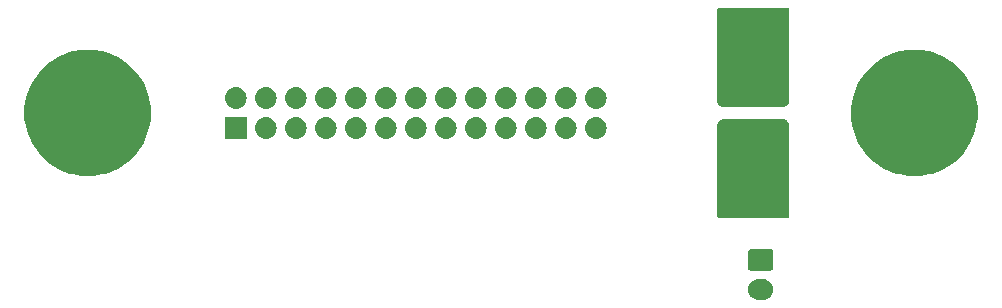
<source format=gbr>
G04 #@! TF.GenerationSoftware,KiCad,Pcbnew,(5.1.4)-1*
G04 #@! TF.CreationDate,2020-03-27T16:01:53-04:00*
G04 #@! TF.ProjectId,heatbed_breakout,68656174-6265-4645-9f62-7265616b6f75,rev?*
G04 #@! TF.SameCoordinates,PX8b91fb0PY68e7780*
G04 #@! TF.FileFunction,Soldermask,Bot*
G04 #@! TF.FilePolarity,Negative*
%FSLAX46Y46*%
G04 Gerber Fmt 4.6, Leading zero omitted, Abs format (unit mm)*
G04 Created by KiCad (PCBNEW (5.1.4)-1) date 2020-03-27 16:01:53*
%MOMM*%
%LPD*%
G04 APERTURE LIST*
%ADD10C,0.100000*%
G04 APERTURE END LIST*
D10*
G36*
X895443Y-14051519D02*
G01*
X961627Y-14058037D01*
X1131466Y-14109557D01*
X1287991Y-14193222D01*
X1323729Y-14222552D01*
X1425186Y-14305814D01*
X1508448Y-14407271D01*
X1537778Y-14443009D01*
X1621443Y-14599534D01*
X1672963Y-14769373D01*
X1690359Y-14946000D01*
X1672963Y-15122627D01*
X1621443Y-15292466D01*
X1537778Y-15448991D01*
X1508448Y-15484729D01*
X1425186Y-15586186D01*
X1323729Y-15669448D01*
X1287991Y-15698778D01*
X1131466Y-15782443D01*
X961627Y-15833963D01*
X895442Y-15840482D01*
X829260Y-15847000D01*
X440740Y-15847000D01*
X374558Y-15840482D01*
X308373Y-15833963D01*
X138534Y-15782443D01*
X-17991Y-15698778D01*
X-53729Y-15669448D01*
X-155186Y-15586186D01*
X-238448Y-15484729D01*
X-267778Y-15448991D01*
X-351443Y-15292466D01*
X-402963Y-15122627D01*
X-420359Y-14946000D01*
X-402963Y-14769373D01*
X-351443Y-14599534D01*
X-267778Y-14443009D01*
X-238448Y-14407271D01*
X-155186Y-14305814D01*
X-53729Y-14222552D01*
X-17991Y-14193222D01*
X138534Y-14109557D01*
X308373Y-14058037D01*
X374557Y-14051519D01*
X440740Y-14045000D01*
X829260Y-14045000D01*
X895443Y-14051519D01*
X895443Y-14051519D01*
G37*
G36*
X1543600Y-11548989D02*
G01*
X1576652Y-11559015D01*
X1607103Y-11575292D01*
X1633799Y-11597201D01*
X1655708Y-11623897D01*
X1671985Y-11654348D01*
X1682011Y-11687400D01*
X1686000Y-11727903D01*
X1686000Y-13164097D01*
X1682011Y-13204600D01*
X1671985Y-13237652D01*
X1655708Y-13268103D01*
X1633799Y-13294799D01*
X1607103Y-13316708D01*
X1576652Y-13332985D01*
X1543600Y-13343011D01*
X1503097Y-13347000D01*
X-233097Y-13347000D01*
X-273600Y-13343011D01*
X-306652Y-13332985D01*
X-337103Y-13316708D01*
X-363799Y-13294799D01*
X-385708Y-13268103D01*
X-401985Y-13237652D01*
X-412011Y-13204600D01*
X-416000Y-13164097D01*
X-416000Y-11727903D01*
X-412011Y-11687400D01*
X-401985Y-11654348D01*
X-385708Y-11623897D01*
X-363799Y-11597201D01*
X-337103Y-11575292D01*
X-306652Y-11559015D01*
X-273600Y-11548989D01*
X-233097Y-11545000D01*
X1503097Y-11545000D01*
X1543600Y-11548989D01*
X1543600Y-11548989D01*
G37*
G36*
X2640218Y-534396D02*
G01*
X2735812Y-563395D01*
X2823917Y-610487D01*
X2901139Y-673861D01*
X2964513Y-751083D01*
X3011605Y-839188D01*
X3040604Y-934782D01*
X3051000Y-1040340D01*
X3051000Y-8684659D01*
X3046368Y-8731691D01*
X3034441Y-8771007D01*
X3015071Y-8807247D01*
X2989006Y-8839006D01*
X2957247Y-8865071D01*
X2921007Y-8884441D01*
X2881691Y-8896368D01*
X2834659Y-8901000D01*
X-2834659Y-8901000D01*
X-2881691Y-8896368D01*
X-2921007Y-8884441D01*
X-2957247Y-8865071D01*
X-2989006Y-8839006D01*
X-3015071Y-8807247D01*
X-3034441Y-8771007D01*
X-3046368Y-8731691D01*
X-3051000Y-8684659D01*
X-3051000Y-1040340D01*
X-3040604Y-934782D01*
X-3011605Y-839188D01*
X-2964513Y-751083D01*
X-2901139Y-673861D01*
X-2823917Y-610487D01*
X-2735812Y-563395D01*
X-2640218Y-534396D01*
X-2534660Y-524000D01*
X2534660Y-524000D01*
X2640218Y-534396D01*
X2640218Y-534396D01*
G37*
G36*
X14866228Y5213909D02*
G01*
X15210829Y5145364D01*
X16184649Y4741995D01*
X17061064Y4156393D01*
X17806393Y3411064D01*
X18391995Y2534649D01*
X18795364Y1560829D01*
X18795364Y1560828D01*
X19001000Y527029D01*
X19001000Y-527029D01*
X18903905Y-1015156D01*
X18795364Y-1560829D01*
X18391995Y-2534649D01*
X17806393Y-3411064D01*
X17061064Y-4156393D01*
X16184649Y-4741995D01*
X15210829Y-5145364D01*
X14866228Y-5213909D01*
X14177029Y-5351000D01*
X13122971Y-5351000D01*
X12433772Y-5213909D01*
X12089171Y-5145364D01*
X11115351Y-4741995D01*
X10238936Y-4156393D01*
X9493607Y-3411064D01*
X8908005Y-2534649D01*
X8504636Y-1560829D01*
X8396095Y-1015156D01*
X8299000Y-527029D01*
X8299000Y527029D01*
X8504636Y1560828D01*
X8504636Y1560829D01*
X8908005Y2534649D01*
X9493607Y3411064D01*
X10238936Y4156393D01*
X11115351Y4741995D01*
X12089171Y5145364D01*
X12433772Y5213909D01*
X13122971Y5351000D01*
X14177029Y5351000D01*
X14866228Y5213909D01*
X14866228Y5213909D01*
G37*
G36*
X-55133772Y5213909D02*
G01*
X-54789171Y5145364D01*
X-53815351Y4741995D01*
X-52938936Y4156393D01*
X-52193607Y3411064D01*
X-51608005Y2534649D01*
X-51204636Y1560829D01*
X-51204636Y1560828D01*
X-50999000Y527029D01*
X-50999000Y-527029D01*
X-51096095Y-1015156D01*
X-51204636Y-1560829D01*
X-51608005Y-2534649D01*
X-52193607Y-3411064D01*
X-52938936Y-4156393D01*
X-53815351Y-4741995D01*
X-54789171Y-5145364D01*
X-55133772Y-5213909D01*
X-55822971Y-5351000D01*
X-56877029Y-5351000D01*
X-57566228Y-5213909D01*
X-57910829Y-5145364D01*
X-58884649Y-4741995D01*
X-59761064Y-4156393D01*
X-60506393Y-3411064D01*
X-61091995Y-2534649D01*
X-61495364Y-1560829D01*
X-61603905Y-1015156D01*
X-61701000Y-527029D01*
X-61701000Y527029D01*
X-61495364Y1560828D01*
X-61495364Y1560829D01*
X-61091995Y2534649D01*
X-60506393Y3411064D01*
X-59761064Y4156393D01*
X-58884649Y4741995D01*
X-57910829Y5145364D01*
X-57566228Y5213909D01*
X-56877029Y5351000D01*
X-55822971Y5351000D01*
X-55133772Y5213909D01*
X-55133772Y5213909D01*
G37*
G36*
X-38555706Y-368633D02*
G01*
X-38383305Y-420931D01*
X-38224417Y-505858D01*
X-38085151Y-620151D01*
X-37970858Y-759417D01*
X-37885931Y-918305D01*
X-37833633Y-1090706D01*
X-37815975Y-1270000D01*
X-37833633Y-1449294D01*
X-37885931Y-1621695D01*
X-37970858Y-1780583D01*
X-38085151Y-1919849D01*
X-38224417Y-2034142D01*
X-38383305Y-2119069D01*
X-38555706Y-2171367D01*
X-38690069Y-2184600D01*
X-38779931Y-2184600D01*
X-38914294Y-2171367D01*
X-39086695Y-2119069D01*
X-39245583Y-2034142D01*
X-39384849Y-1919849D01*
X-39499142Y-1780583D01*
X-39584069Y-1621695D01*
X-39636367Y-1449294D01*
X-39654025Y-1270000D01*
X-39636367Y-1090706D01*
X-39584069Y-918305D01*
X-39499142Y-759417D01*
X-39384849Y-620151D01*
X-39245583Y-505858D01*
X-39086695Y-420931D01*
X-38914294Y-368633D01*
X-38779931Y-355400D01*
X-38690069Y-355400D01*
X-38555706Y-368633D01*
X-38555706Y-368633D01*
G37*
G36*
X-41095706Y-368633D02*
G01*
X-40923305Y-420931D01*
X-40764417Y-505858D01*
X-40625151Y-620151D01*
X-40510858Y-759417D01*
X-40425931Y-918305D01*
X-40373633Y-1090706D01*
X-40355975Y-1270000D01*
X-40373633Y-1449294D01*
X-40425931Y-1621695D01*
X-40510858Y-1780583D01*
X-40625151Y-1919849D01*
X-40764417Y-2034142D01*
X-40923305Y-2119069D01*
X-41095706Y-2171367D01*
X-41230069Y-2184600D01*
X-41319931Y-2184600D01*
X-41454294Y-2171367D01*
X-41626695Y-2119069D01*
X-41785583Y-2034142D01*
X-41924849Y-1919849D01*
X-42039142Y-1780583D01*
X-42124069Y-1621695D01*
X-42176367Y-1449294D01*
X-42194025Y-1270000D01*
X-42176367Y-1090706D01*
X-42124069Y-918305D01*
X-42039142Y-759417D01*
X-41924849Y-620151D01*
X-41785583Y-505858D01*
X-41626695Y-420931D01*
X-41454294Y-368633D01*
X-41319931Y-355400D01*
X-41230069Y-355400D01*
X-41095706Y-368633D01*
X-41095706Y-368633D01*
G37*
G36*
X-36015706Y-368633D02*
G01*
X-35843305Y-420931D01*
X-35684417Y-505858D01*
X-35545151Y-620151D01*
X-35430858Y-759417D01*
X-35345931Y-918305D01*
X-35293633Y-1090706D01*
X-35275975Y-1270000D01*
X-35293633Y-1449294D01*
X-35345931Y-1621695D01*
X-35430858Y-1780583D01*
X-35545151Y-1919849D01*
X-35684417Y-2034142D01*
X-35843305Y-2119069D01*
X-36015706Y-2171367D01*
X-36150069Y-2184600D01*
X-36239931Y-2184600D01*
X-36374294Y-2171367D01*
X-36546695Y-2119069D01*
X-36705583Y-2034142D01*
X-36844849Y-1919849D01*
X-36959142Y-1780583D01*
X-37044069Y-1621695D01*
X-37096367Y-1449294D01*
X-37114025Y-1270000D01*
X-37096367Y-1090706D01*
X-37044069Y-918305D01*
X-36959142Y-759417D01*
X-36844849Y-620151D01*
X-36705583Y-505858D01*
X-36546695Y-420931D01*
X-36374294Y-368633D01*
X-36239931Y-355400D01*
X-36150069Y-355400D01*
X-36015706Y-368633D01*
X-36015706Y-368633D01*
G37*
G36*
X-33475706Y-368633D02*
G01*
X-33303305Y-420931D01*
X-33144417Y-505858D01*
X-33005151Y-620151D01*
X-32890858Y-759417D01*
X-32805931Y-918305D01*
X-32753633Y-1090706D01*
X-32735975Y-1270000D01*
X-32753633Y-1449294D01*
X-32805931Y-1621695D01*
X-32890858Y-1780583D01*
X-33005151Y-1919849D01*
X-33144417Y-2034142D01*
X-33303305Y-2119069D01*
X-33475706Y-2171367D01*
X-33610069Y-2184600D01*
X-33699931Y-2184600D01*
X-33834294Y-2171367D01*
X-34006695Y-2119069D01*
X-34165583Y-2034142D01*
X-34304849Y-1919849D01*
X-34419142Y-1780583D01*
X-34504069Y-1621695D01*
X-34556367Y-1449294D01*
X-34574025Y-1270000D01*
X-34556367Y-1090706D01*
X-34504069Y-918305D01*
X-34419142Y-759417D01*
X-34304849Y-620151D01*
X-34165583Y-505858D01*
X-34006695Y-420931D01*
X-33834294Y-368633D01*
X-33699931Y-355400D01*
X-33610069Y-355400D01*
X-33475706Y-368633D01*
X-33475706Y-368633D01*
G37*
G36*
X-30935706Y-368633D02*
G01*
X-30763305Y-420931D01*
X-30604417Y-505858D01*
X-30465151Y-620151D01*
X-30350858Y-759417D01*
X-30265931Y-918305D01*
X-30213633Y-1090706D01*
X-30195975Y-1270000D01*
X-30213633Y-1449294D01*
X-30265931Y-1621695D01*
X-30350858Y-1780583D01*
X-30465151Y-1919849D01*
X-30604417Y-2034142D01*
X-30763305Y-2119069D01*
X-30935706Y-2171367D01*
X-31070069Y-2184600D01*
X-31159931Y-2184600D01*
X-31294294Y-2171367D01*
X-31466695Y-2119069D01*
X-31625583Y-2034142D01*
X-31764849Y-1919849D01*
X-31879142Y-1780583D01*
X-31964069Y-1621695D01*
X-32016367Y-1449294D01*
X-32034025Y-1270000D01*
X-32016367Y-1090706D01*
X-31964069Y-918305D01*
X-31879142Y-759417D01*
X-31764849Y-620151D01*
X-31625583Y-505858D01*
X-31466695Y-420931D01*
X-31294294Y-368633D01*
X-31159931Y-355400D01*
X-31070069Y-355400D01*
X-30935706Y-368633D01*
X-30935706Y-368633D01*
G37*
G36*
X-28395706Y-368633D02*
G01*
X-28223305Y-420931D01*
X-28064417Y-505858D01*
X-27925151Y-620151D01*
X-27810858Y-759417D01*
X-27725931Y-918305D01*
X-27673633Y-1090706D01*
X-27655975Y-1270000D01*
X-27673633Y-1449294D01*
X-27725931Y-1621695D01*
X-27810858Y-1780583D01*
X-27925151Y-1919849D01*
X-28064417Y-2034142D01*
X-28223305Y-2119069D01*
X-28395706Y-2171367D01*
X-28530069Y-2184600D01*
X-28619931Y-2184600D01*
X-28754294Y-2171367D01*
X-28926695Y-2119069D01*
X-29085583Y-2034142D01*
X-29224849Y-1919849D01*
X-29339142Y-1780583D01*
X-29424069Y-1621695D01*
X-29476367Y-1449294D01*
X-29494025Y-1270000D01*
X-29476367Y-1090706D01*
X-29424069Y-918305D01*
X-29339142Y-759417D01*
X-29224849Y-620151D01*
X-29085583Y-505858D01*
X-28926695Y-420931D01*
X-28754294Y-368633D01*
X-28619931Y-355400D01*
X-28530069Y-355400D01*
X-28395706Y-368633D01*
X-28395706Y-368633D01*
G37*
G36*
X-23315706Y-368633D02*
G01*
X-23143305Y-420931D01*
X-22984417Y-505858D01*
X-22845151Y-620151D01*
X-22730858Y-759417D01*
X-22645931Y-918305D01*
X-22593633Y-1090706D01*
X-22575975Y-1270000D01*
X-22593633Y-1449294D01*
X-22645931Y-1621695D01*
X-22730858Y-1780583D01*
X-22845151Y-1919849D01*
X-22984417Y-2034142D01*
X-23143305Y-2119069D01*
X-23315706Y-2171367D01*
X-23450069Y-2184600D01*
X-23539931Y-2184600D01*
X-23674294Y-2171367D01*
X-23846695Y-2119069D01*
X-24005583Y-2034142D01*
X-24144849Y-1919849D01*
X-24259142Y-1780583D01*
X-24344069Y-1621695D01*
X-24396367Y-1449294D01*
X-24414025Y-1270000D01*
X-24396367Y-1090706D01*
X-24344069Y-918305D01*
X-24259142Y-759417D01*
X-24144849Y-620151D01*
X-24005583Y-505858D01*
X-23846695Y-420931D01*
X-23674294Y-368633D01*
X-23539931Y-355400D01*
X-23450069Y-355400D01*
X-23315706Y-368633D01*
X-23315706Y-368633D01*
G37*
G36*
X-42900400Y-2184600D02*
G01*
X-44729600Y-2184600D01*
X-44729600Y-355400D01*
X-42900400Y-355400D01*
X-42900400Y-2184600D01*
X-42900400Y-2184600D01*
G37*
G36*
X-18235706Y-368633D02*
G01*
X-18063305Y-420931D01*
X-17904417Y-505858D01*
X-17765151Y-620151D01*
X-17650858Y-759417D01*
X-17565931Y-918305D01*
X-17513633Y-1090706D01*
X-17495975Y-1270000D01*
X-17513633Y-1449294D01*
X-17565931Y-1621695D01*
X-17650858Y-1780583D01*
X-17765151Y-1919849D01*
X-17904417Y-2034142D01*
X-18063305Y-2119069D01*
X-18235706Y-2171367D01*
X-18370069Y-2184600D01*
X-18459931Y-2184600D01*
X-18594294Y-2171367D01*
X-18766695Y-2119069D01*
X-18925583Y-2034142D01*
X-19064849Y-1919849D01*
X-19179142Y-1780583D01*
X-19264069Y-1621695D01*
X-19316367Y-1449294D01*
X-19334025Y-1270000D01*
X-19316367Y-1090706D01*
X-19264069Y-918305D01*
X-19179142Y-759417D01*
X-19064849Y-620151D01*
X-18925583Y-505858D01*
X-18766695Y-420931D01*
X-18594294Y-368633D01*
X-18459931Y-355400D01*
X-18370069Y-355400D01*
X-18235706Y-368633D01*
X-18235706Y-368633D01*
G37*
G36*
X-13155706Y-368633D02*
G01*
X-12983305Y-420931D01*
X-12824417Y-505858D01*
X-12685151Y-620151D01*
X-12570858Y-759417D01*
X-12485931Y-918305D01*
X-12433633Y-1090706D01*
X-12415975Y-1270000D01*
X-12433633Y-1449294D01*
X-12485931Y-1621695D01*
X-12570858Y-1780583D01*
X-12685151Y-1919849D01*
X-12824417Y-2034142D01*
X-12983305Y-2119069D01*
X-13155706Y-2171367D01*
X-13290069Y-2184600D01*
X-13379931Y-2184600D01*
X-13514294Y-2171367D01*
X-13686695Y-2119069D01*
X-13845583Y-2034142D01*
X-13984849Y-1919849D01*
X-14099142Y-1780583D01*
X-14184069Y-1621695D01*
X-14236367Y-1449294D01*
X-14254025Y-1270000D01*
X-14236367Y-1090706D01*
X-14184069Y-918305D01*
X-14099142Y-759417D01*
X-13984849Y-620151D01*
X-13845583Y-505858D01*
X-13686695Y-420931D01*
X-13514294Y-368633D01*
X-13379931Y-355400D01*
X-13290069Y-355400D01*
X-13155706Y-368633D01*
X-13155706Y-368633D01*
G37*
G36*
X-15695706Y-368633D02*
G01*
X-15523305Y-420931D01*
X-15364417Y-505858D01*
X-15225151Y-620151D01*
X-15110858Y-759417D01*
X-15025931Y-918305D01*
X-14973633Y-1090706D01*
X-14955975Y-1270000D01*
X-14973633Y-1449294D01*
X-15025931Y-1621695D01*
X-15110858Y-1780583D01*
X-15225151Y-1919849D01*
X-15364417Y-2034142D01*
X-15523305Y-2119069D01*
X-15695706Y-2171367D01*
X-15830069Y-2184600D01*
X-15919931Y-2184600D01*
X-16054294Y-2171367D01*
X-16226695Y-2119069D01*
X-16385583Y-2034142D01*
X-16524849Y-1919849D01*
X-16639142Y-1780583D01*
X-16724069Y-1621695D01*
X-16776367Y-1449294D01*
X-16794025Y-1270000D01*
X-16776367Y-1090706D01*
X-16724069Y-918305D01*
X-16639142Y-759417D01*
X-16524849Y-620151D01*
X-16385583Y-505858D01*
X-16226695Y-420931D01*
X-16054294Y-368633D01*
X-15919931Y-355400D01*
X-15830069Y-355400D01*
X-15695706Y-368633D01*
X-15695706Y-368633D01*
G37*
G36*
X-20775706Y-368633D02*
G01*
X-20603305Y-420931D01*
X-20444417Y-505858D01*
X-20305151Y-620151D01*
X-20190858Y-759417D01*
X-20105931Y-918305D01*
X-20053633Y-1090706D01*
X-20035975Y-1270000D01*
X-20053633Y-1449294D01*
X-20105931Y-1621695D01*
X-20190858Y-1780583D01*
X-20305151Y-1919849D01*
X-20444417Y-2034142D01*
X-20603305Y-2119069D01*
X-20775706Y-2171367D01*
X-20910069Y-2184600D01*
X-20999931Y-2184600D01*
X-21134294Y-2171367D01*
X-21306695Y-2119069D01*
X-21465583Y-2034142D01*
X-21604849Y-1919849D01*
X-21719142Y-1780583D01*
X-21804069Y-1621695D01*
X-21856367Y-1449294D01*
X-21874025Y-1270000D01*
X-21856367Y-1090706D01*
X-21804069Y-918305D01*
X-21719142Y-759417D01*
X-21604849Y-620151D01*
X-21465583Y-505858D01*
X-21306695Y-420931D01*
X-21134294Y-368633D01*
X-20999931Y-355400D01*
X-20910069Y-355400D01*
X-20775706Y-368633D01*
X-20775706Y-368633D01*
G37*
G36*
X-25855706Y-368633D02*
G01*
X-25683305Y-420931D01*
X-25524417Y-505858D01*
X-25385151Y-620151D01*
X-25270858Y-759417D01*
X-25185931Y-918305D01*
X-25133633Y-1090706D01*
X-25115975Y-1270000D01*
X-25133633Y-1449294D01*
X-25185931Y-1621695D01*
X-25270858Y-1780583D01*
X-25385151Y-1919849D01*
X-25524417Y-2034142D01*
X-25683305Y-2119069D01*
X-25855706Y-2171367D01*
X-25990069Y-2184600D01*
X-26079931Y-2184600D01*
X-26214294Y-2171367D01*
X-26386695Y-2119069D01*
X-26545583Y-2034142D01*
X-26684849Y-1919849D01*
X-26799142Y-1780583D01*
X-26884069Y-1621695D01*
X-26936367Y-1449294D01*
X-26954025Y-1270000D01*
X-26936367Y-1090706D01*
X-26884069Y-918305D01*
X-26799142Y-759417D01*
X-26684849Y-620151D01*
X-26545583Y-505858D01*
X-26386695Y-420931D01*
X-26214294Y-368633D01*
X-26079931Y-355400D01*
X-25990069Y-355400D01*
X-25855706Y-368633D01*
X-25855706Y-368633D01*
G37*
G36*
X-30935706Y2171367D02*
G01*
X-30763305Y2119069D01*
X-30604417Y2034142D01*
X-30465151Y1919849D01*
X-30350858Y1780583D01*
X-30265931Y1621695D01*
X-30213633Y1449294D01*
X-30195975Y1270000D01*
X-30213633Y1090706D01*
X-30265931Y918305D01*
X-30350858Y759417D01*
X-30465151Y620151D01*
X-30604417Y505858D01*
X-30763305Y420931D01*
X-30935706Y368633D01*
X-31070069Y355400D01*
X-31159931Y355400D01*
X-31294294Y368633D01*
X-31466695Y420931D01*
X-31625583Y505858D01*
X-31764849Y620151D01*
X-31879142Y759417D01*
X-31964069Y918305D01*
X-32016367Y1090706D01*
X-32034025Y1270000D01*
X-32016367Y1449294D01*
X-31964069Y1621695D01*
X-31879142Y1780583D01*
X-31764849Y1919849D01*
X-31625583Y2034142D01*
X-31466695Y2119069D01*
X-31294294Y2171367D01*
X-31159931Y2184600D01*
X-31070069Y2184600D01*
X-30935706Y2171367D01*
X-30935706Y2171367D01*
G37*
G36*
X-15695706Y2171367D02*
G01*
X-15523305Y2119069D01*
X-15364417Y2034142D01*
X-15225151Y1919849D01*
X-15110858Y1780583D01*
X-15025931Y1621695D01*
X-14973633Y1449294D01*
X-14955975Y1270000D01*
X-14973633Y1090706D01*
X-15025931Y918305D01*
X-15110858Y759417D01*
X-15225151Y620151D01*
X-15364417Y505858D01*
X-15523305Y420931D01*
X-15695706Y368633D01*
X-15830069Y355400D01*
X-15919931Y355400D01*
X-16054294Y368633D01*
X-16226695Y420931D01*
X-16385583Y505858D01*
X-16524849Y620151D01*
X-16639142Y759417D01*
X-16724069Y918305D01*
X-16776367Y1090706D01*
X-16794025Y1270000D01*
X-16776367Y1449294D01*
X-16724069Y1621695D01*
X-16639142Y1780583D01*
X-16524849Y1919849D01*
X-16385583Y2034142D01*
X-16226695Y2119069D01*
X-16054294Y2171367D01*
X-15919931Y2184600D01*
X-15830069Y2184600D01*
X-15695706Y2171367D01*
X-15695706Y2171367D01*
G37*
G36*
X-18235706Y2171367D02*
G01*
X-18063305Y2119069D01*
X-17904417Y2034142D01*
X-17765151Y1919849D01*
X-17650858Y1780583D01*
X-17565931Y1621695D01*
X-17513633Y1449294D01*
X-17495975Y1270000D01*
X-17513633Y1090706D01*
X-17565931Y918305D01*
X-17650858Y759417D01*
X-17765151Y620151D01*
X-17904417Y505858D01*
X-18063305Y420931D01*
X-18235706Y368633D01*
X-18370069Y355400D01*
X-18459931Y355400D01*
X-18594294Y368633D01*
X-18766695Y420931D01*
X-18925583Y505858D01*
X-19064849Y620151D01*
X-19179142Y759417D01*
X-19264069Y918305D01*
X-19316367Y1090706D01*
X-19334025Y1270000D01*
X-19316367Y1449294D01*
X-19264069Y1621695D01*
X-19179142Y1780583D01*
X-19064849Y1919849D01*
X-18925583Y2034142D01*
X-18766695Y2119069D01*
X-18594294Y2171367D01*
X-18459931Y2184600D01*
X-18370069Y2184600D01*
X-18235706Y2171367D01*
X-18235706Y2171367D01*
G37*
G36*
X-13155706Y2171367D02*
G01*
X-12983305Y2119069D01*
X-12824417Y2034142D01*
X-12685151Y1919849D01*
X-12570858Y1780583D01*
X-12485931Y1621695D01*
X-12433633Y1449294D01*
X-12415975Y1270000D01*
X-12433633Y1090706D01*
X-12485931Y918305D01*
X-12570858Y759417D01*
X-12685151Y620151D01*
X-12824417Y505858D01*
X-12983305Y420931D01*
X-13155706Y368633D01*
X-13290069Y355400D01*
X-13379931Y355400D01*
X-13514294Y368633D01*
X-13686695Y420931D01*
X-13845583Y505858D01*
X-13984849Y620151D01*
X-14099142Y759417D01*
X-14184069Y918305D01*
X-14236367Y1090706D01*
X-14254025Y1270000D01*
X-14236367Y1449294D01*
X-14184069Y1621695D01*
X-14099142Y1780583D01*
X-13984849Y1919849D01*
X-13845583Y2034142D01*
X-13686695Y2119069D01*
X-13514294Y2171367D01*
X-13379931Y2184600D01*
X-13290069Y2184600D01*
X-13155706Y2171367D01*
X-13155706Y2171367D01*
G37*
G36*
X-20775706Y2171367D02*
G01*
X-20603305Y2119069D01*
X-20444417Y2034142D01*
X-20305151Y1919849D01*
X-20190858Y1780583D01*
X-20105931Y1621695D01*
X-20053633Y1449294D01*
X-20035975Y1270000D01*
X-20053633Y1090706D01*
X-20105931Y918305D01*
X-20190858Y759417D01*
X-20305151Y620151D01*
X-20444417Y505858D01*
X-20603305Y420931D01*
X-20775706Y368633D01*
X-20910069Y355400D01*
X-20999931Y355400D01*
X-21134294Y368633D01*
X-21306695Y420931D01*
X-21465583Y505858D01*
X-21604849Y620151D01*
X-21719142Y759417D01*
X-21804069Y918305D01*
X-21856367Y1090706D01*
X-21874025Y1270000D01*
X-21856367Y1449294D01*
X-21804069Y1621695D01*
X-21719142Y1780583D01*
X-21604849Y1919849D01*
X-21465583Y2034142D01*
X-21306695Y2119069D01*
X-21134294Y2171367D01*
X-20999931Y2184600D01*
X-20910069Y2184600D01*
X-20775706Y2171367D01*
X-20775706Y2171367D01*
G37*
G36*
X-23315706Y2171367D02*
G01*
X-23143305Y2119069D01*
X-22984417Y2034142D01*
X-22845151Y1919849D01*
X-22730858Y1780583D01*
X-22645931Y1621695D01*
X-22593633Y1449294D01*
X-22575975Y1270000D01*
X-22593633Y1090706D01*
X-22645931Y918305D01*
X-22730858Y759417D01*
X-22845151Y620151D01*
X-22984417Y505858D01*
X-23143305Y420931D01*
X-23315706Y368633D01*
X-23450069Y355400D01*
X-23539931Y355400D01*
X-23674294Y368633D01*
X-23846695Y420931D01*
X-24005583Y505858D01*
X-24144849Y620151D01*
X-24259142Y759417D01*
X-24344069Y918305D01*
X-24396367Y1090706D01*
X-24414025Y1270000D01*
X-24396367Y1449294D01*
X-24344069Y1621695D01*
X-24259142Y1780583D01*
X-24144849Y1919849D01*
X-24005583Y2034142D01*
X-23846695Y2119069D01*
X-23674294Y2171367D01*
X-23539931Y2184600D01*
X-23450069Y2184600D01*
X-23315706Y2171367D01*
X-23315706Y2171367D01*
G37*
G36*
X-43635706Y2171367D02*
G01*
X-43463305Y2119069D01*
X-43304417Y2034142D01*
X-43165151Y1919849D01*
X-43050858Y1780583D01*
X-42965931Y1621695D01*
X-42913633Y1449294D01*
X-42895975Y1270000D01*
X-42913633Y1090706D01*
X-42965931Y918305D01*
X-43050858Y759417D01*
X-43165151Y620151D01*
X-43304417Y505858D01*
X-43463305Y420931D01*
X-43635706Y368633D01*
X-43770069Y355400D01*
X-43859931Y355400D01*
X-43994294Y368633D01*
X-44166695Y420931D01*
X-44325583Y505858D01*
X-44464849Y620151D01*
X-44579142Y759417D01*
X-44664069Y918305D01*
X-44716367Y1090706D01*
X-44734025Y1270000D01*
X-44716367Y1449294D01*
X-44664069Y1621695D01*
X-44579142Y1780583D01*
X-44464849Y1919849D01*
X-44325583Y2034142D01*
X-44166695Y2119069D01*
X-43994294Y2171367D01*
X-43859931Y2184600D01*
X-43770069Y2184600D01*
X-43635706Y2171367D01*
X-43635706Y2171367D01*
G37*
G36*
X-25855706Y2171367D02*
G01*
X-25683305Y2119069D01*
X-25524417Y2034142D01*
X-25385151Y1919849D01*
X-25270858Y1780583D01*
X-25185931Y1621695D01*
X-25133633Y1449294D01*
X-25115975Y1270000D01*
X-25133633Y1090706D01*
X-25185931Y918305D01*
X-25270858Y759417D01*
X-25385151Y620151D01*
X-25524417Y505858D01*
X-25683305Y420931D01*
X-25855706Y368633D01*
X-25990069Y355400D01*
X-26079931Y355400D01*
X-26214294Y368633D01*
X-26386695Y420931D01*
X-26545583Y505858D01*
X-26684849Y620151D01*
X-26799142Y759417D01*
X-26884069Y918305D01*
X-26936367Y1090706D01*
X-26954025Y1270000D01*
X-26936367Y1449294D01*
X-26884069Y1621695D01*
X-26799142Y1780583D01*
X-26684849Y1919849D01*
X-26545583Y2034142D01*
X-26386695Y2119069D01*
X-26214294Y2171367D01*
X-26079931Y2184600D01*
X-25990069Y2184600D01*
X-25855706Y2171367D01*
X-25855706Y2171367D01*
G37*
G36*
X-28395706Y2171367D02*
G01*
X-28223305Y2119069D01*
X-28064417Y2034142D01*
X-27925151Y1919849D01*
X-27810858Y1780583D01*
X-27725931Y1621695D01*
X-27673633Y1449294D01*
X-27655975Y1270000D01*
X-27673633Y1090706D01*
X-27725931Y918305D01*
X-27810858Y759417D01*
X-27925151Y620151D01*
X-28064417Y505858D01*
X-28223305Y420931D01*
X-28395706Y368633D01*
X-28530069Y355400D01*
X-28619931Y355400D01*
X-28754294Y368633D01*
X-28926695Y420931D01*
X-29085583Y505858D01*
X-29224849Y620151D01*
X-29339142Y759417D01*
X-29424069Y918305D01*
X-29476367Y1090706D01*
X-29494025Y1270000D01*
X-29476367Y1449294D01*
X-29424069Y1621695D01*
X-29339142Y1780583D01*
X-29224849Y1919849D01*
X-29085583Y2034142D01*
X-28926695Y2119069D01*
X-28754294Y2171367D01*
X-28619931Y2184600D01*
X-28530069Y2184600D01*
X-28395706Y2171367D01*
X-28395706Y2171367D01*
G37*
G36*
X-41095706Y2171367D02*
G01*
X-40923305Y2119069D01*
X-40764417Y2034142D01*
X-40625151Y1919849D01*
X-40510858Y1780583D01*
X-40425931Y1621695D01*
X-40373633Y1449294D01*
X-40355975Y1270000D01*
X-40373633Y1090706D01*
X-40425931Y918305D01*
X-40510858Y759417D01*
X-40625151Y620151D01*
X-40764417Y505858D01*
X-40923305Y420931D01*
X-41095706Y368633D01*
X-41230069Y355400D01*
X-41319931Y355400D01*
X-41454294Y368633D01*
X-41626695Y420931D01*
X-41785583Y505858D01*
X-41924849Y620151D01*
X-42039142Y759417D01*
X-42124069Y918305D01*
X-42176367Y1090706D01*
X-42194025Y1270000D01*
X-42176367Y1449294D01*
X-42124069Y1621695D01*
X-42039142Y1780583D01*
X-41924849Y1919849D01*
X-41785583Y2034142D01*
X-41626695Y2119069D01*
X-41454294Y2171367D01*
X-41319931Y2184600D01*
X-41230069Y2184600D01*
X-41095706Y2171367D01*
X-41095706Y2171367D01*
G37*
G36*
X-33475706Y2171367D02*
G01*
X-33303305Y2119069D01*
X-33144417Y2034142D01*
X-33005151Y1919849D01*
X-32890858Y1780583D01*
X-32805931Y1621695D01*
X-32753633Y1449294D01*
X-32735975Y1270000D01*
X-32753633Y1090706D01*
X-32805931Y918305D01*
X-32890858Y759417D01*
X-33005151Y620151D01*
X-33144417Y505858D01*
X-33303305Y420931D01*
X-33475706Y368633D01*
X-33610069Y355400D01*
X-33699931Y355400D01*
X-33834294Y368633D01*
X-34006695Y420931D01*
X-34165583Y505858D01*
X-34304849Y620151D01*
X-34419142Y759417D01*
X-34504069Y918305D01*
X-34556367Y1090706D01*
X-34574025Y1270000D01*
X-34556367Y1449294D01*
X-34504069Y1621695D01*
X-34419142Y1780583D01*
X-34304849Y1919849D01*
X-34165583Y2034142D01*
X-34006695Y2119069D01*
X-33834294Y2171367D01*
X-33699931Y2184600D01*
X-33610069Y2184600D01*
X-33475706Y2171367D01*
X-33475706Y2171367D01*
G37*
G36*
X-38555706Y2171367D02*
G01*
X-38383305Y2119069D01*
X-38224417Y2034142D01*
X-38085151Y1919849D01*
X-37970858Y1780583D01*
X-37885931Y1621695D01*
X-37833633Y1449294D01*
X-37815975Y1270000D01*
X-37833633Y1090706D01*
X-37885931Y918305D01*
X-37970858Y759417D01*
X-38085151Y620151D01*
X-38224417Y505858D01*
X-38383305Y420931D01*
X-38555706Y368633D01*
X-38690069Y355400D01*
X-38779931Y355400D01*
X-38914294Y368633D01*
X-39086695Y420931D01*
X-39245583Y505858D01*
X-39384849Y620151D01*
X-39499142Y759417D01*
X-39584069Y918305D01*
X-39636367Y1090706D01*
X-39654025Y1270000D01*
X-39636367Y1449294D01*
X-39584069Y1621695D01*
X-39499142Y1780583D01*
X-39384849Y1919849D01*
X-39245583Y2034142D01*
X-39086695Y2119069D01*
X-38914294Y2171367D01*
X-38779931Y2184600D01*
X-38690069Y2184600D01*
X-38555706Y2171367D01*
X-38555706Y2171367D01*
G37*
G36*
X-36015706Y2171367D02*
G01*
X-35843305Y2119069D01*
X-35684417Y2034142D01*
X-35545151Y1919849D01*
X-35430858Y1780583D01*
X-35345931Y1621695D01*
X-35293633Y1449294D01*
X-35275975Y1270000D01*
X-35293633Y1090706D01*
X-35345931Y918305D01*
X-35430858Y759417D01*
X-35545151Y620151D01*
X-35684417Y505858D01*
X-35843305Y420931D01*
X-36015706Y368633D01*
X-36150069Y355400D01*
X-36239931Y355400D01*
X-36374294Y368633D01*
X-36546695Y420931D01*
X-36705583Y505858D01*
X-36844849Y620151D01*
X-36959142Y759417D01*
X-37044069Y918305D01*
X-37096367Y1090706D01*
X-37114025Y1270000D01*
X-37096367Y1449294D01*
X-37044069Y1621695D01*
X-36959142Y1780583D01*
X-36844849Y1919849D01*
X-36705583Y2034142D01*
X-36546695Y2119069D01*
X-36374294Y2171367D01*
X-36239931Y2184600D01*
X-36150069Y2184600D01*
X-36015706Y2171367D01*
X-36015706Y2171367D01*
G37*
G36*
X2881691Y8896368D02*
G01*
X2921007Y8884441D01*
X2957247Y8865071D01*
X2989006Y8839006D01*
X3015071Y8807247D01*
X3034441Y8771007D01*
X3046368Y8731691D01*
X3051000Y8684659D01*
X3051000Y1040340D01*
X3040604Y934782D01*
X3011605Y839188D01*
X2964513Y751083D01*
X2901139Y673861D01*
X2823917Y610487D01*
X2735812Y563395D01*
X2640218Y534396D01*
X2534660Y524000D01*
X-2534660Y524000D01*
X-2640218Y534396D01*
X-2735812Y563395D01*
X-2823917Y610487D01*
X-2901139Y673861D01*
X-2964513Y751083D01*
X-3011605Y839188D01*
X-3040604Y934782D01*
X-3051000Y1040340D01*
X-3051000Y8684659D01*
X-3046368Y8731691D01*
X-3034441Y8771007D01*
X-3015071Y8807247D01*
X-2989006Y8839006D01*
X-2957247Y8865071D01*
X-2921007Y8884441D01*
X-2881691Y8896368D01*
X-2834659Y8901000D01*
X2834659Y8901000D01*
X2881691Y8896368D01*
X2881691Y8896368D01*
G37*
M02*

</source>
